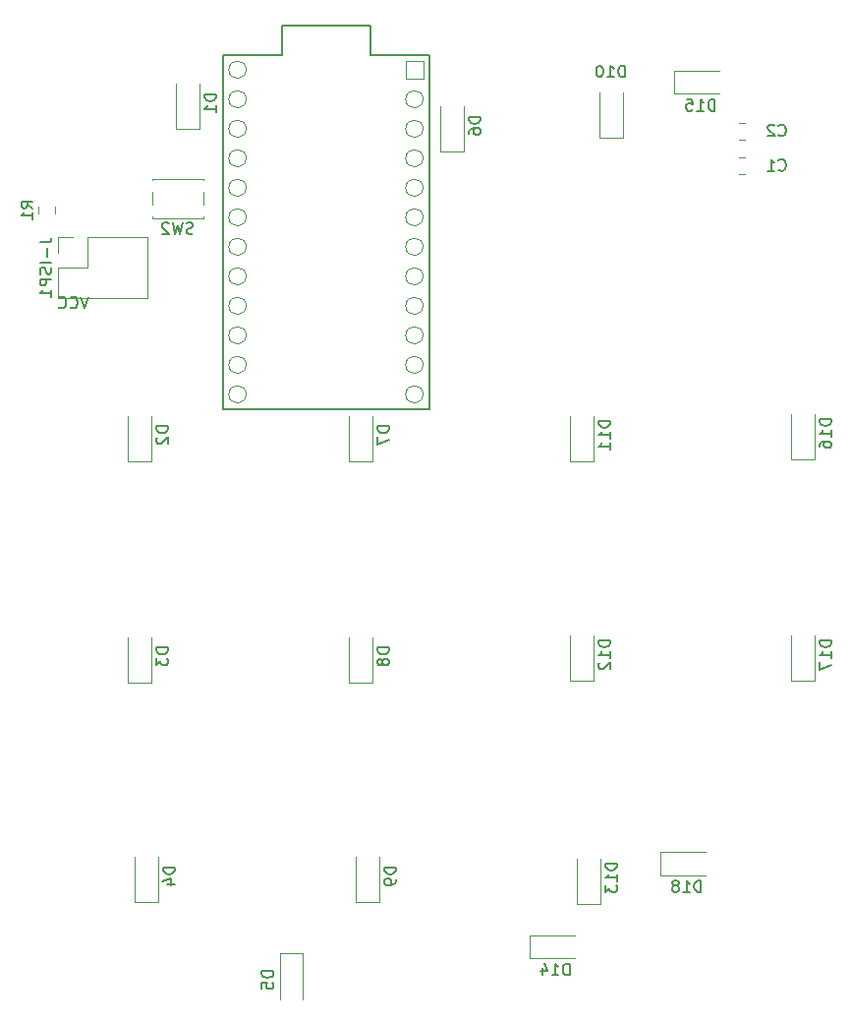
<source format=gbr>
%TF.GenerationSoftware,KiCad,Pcbnew,(5.1.7)-1*%
%TF.CreationDate,2020-12-04T00:36:09-08:00*%
%TF.ProjectId,dropout-microusb,64726f70-6f75-4742-9d6d-6963726f7573,rev?*%
%TF.SameCoordinates,Original*%
%TF.FileFunction,Legend,Bot*%
%TF.FilePolarity,Positive*%
%FSLAX46Y46*%
G04 Gerber Fmt 4.6, Leading zero omitted, Abs format (unit mm)*
G04 Created by KiCad (PCBNEW (5.1.7)-1) date 2020-12-04 00:36:09*
%MOMM*%
%LPD*%
G01*
G04 APERTURE LIST*
%ADD10C,0.200000*%
%ADD11C,0.120000*%
%ADD12C,0.150000*%
%ADD13C,0.100000*%
G04 APERTURE END LIST*
D10*
X100266333Y-71588380D02*
X99933000Y-72588380D01*
X99599666Y-71588380D01*
X98694904Y-72493142D02*
X98742523Y-72540761D01*
X98885380Y-72588380D01*
X98980619Y-72588380D01*
X99123476Y-72540761D01*
X99218714Y-72445523D01*
X99266333Y-72350285D01*
X99313952Y-72159809D01*
X99313952Y-72016952D01*
X99266333Y-71826476D01*
X99218714Y-71731238D01*
X99123476Y-71636000D01*
X98980619Y-71588380D01*
X98885380Y-71588380D01*
X98742523Y-71636000D01*
X98694904Y-71683619D01*
X97694904Y-72493142D02*
X97742523Y-72540761D01*
X97885380Y-72588380D01*
X97980619Y-72588380D01*
X98123476Y-72540761D01*
X98218714Y-72445523D01*
X98266333Y-72350285D01*
X98313952Y-72159809D01*
X98313952Y-72016952D01*
X98266333Y-71826476D01*
X98218714Y-71731238D01*
X98123476Y-71636000D01*
X97980619Y-71588380D01*
X97885380Y-71588380D01*
X97742523Y-71636000D01*
X97694904Y-71683619D01*
D11*
%TO.C,C2*%
X156313910Y-58034626D02*
X156836414Y-58034626D01*
X156313910Y-56614626D02*
X156836414Y-56614626D01*
%TO.C,C1*%
X156836414Y-59591191D02*
X156313910Y-59591191D01*
X156836414Y-61011191D02*
X156313910Y-61011191D01*
%TO.C,J-ISP1*%
X97603000Y-66488000D02*
X97603000Y-67818000D01*
X98933000Y-66488000D02*
X97603000Y-66488000D01*
X97603000Y-69088000D02*
X97603000Y-71688000D01*
X100203000Y-69088000D02*
X97603000Y-69088000D01*
X100203000Y-66488000D02*
X100203000Y-69088000D01*
X97603000Y-71688000D02*
X105343000Y-71688000D01*
X100203000Y-66488000D02*
X105343000Y-66488000D01*
X105343000Y-66488000D02*
X105343000Y-71688000D01*
%TO.C,D2*%
X105631081Y-85737853D02*
X103631081Y-85737853D01*
X103631081Y-85737853D02*
X103631081Y-81837853D01*
X105631081Y-85737853D02*
X105631081Y-81837853D01*
D12*
%TO.C,U1*%
X129594532Y-50785405D02*
X129594532Y-81265405D01*
X129594532Y-50785405D02*
X124514532Y-50785405D01*
X124514532Y-50785405D02*
X124514532Y-48245405D01*
X124514532Y-48245405D02*
X116894532Y-48245405D01*
X116894532Y-48245405D02*
X116894532Y-50785405D01*
X116894532Y-50785405D02*
X111814532Y-50785405D01*
X111814532Y-50785405D02*
X111814532Y-81265405D01*
X111814532Y-81265405D02*
X129594532Y-81265405D01*
D11*
%TO.C,D6*%
X132572016Y-59115252D02*
X130572016Y-59115252D01*
X130572016Y-59115252D02*
X130572016Y-55215252D01*
X132572016Y-59115252D02*
X132572016Y-55215252D01*
%TO.C,SW2*%
X110113898Y-64711585D02*
X110113898Y-64831585D01*
X110113898Y-62561585D02*
X110113898Y-63701585D01*
X110113898Y-61431585D02*
X110113898Y-61551585D01*
X105713898Y-61431585D02*
X110113898Y-61431585D01*
X105713898Y-61551585D02*
X105713898Y-61431585D01*
X105713898Y-63701585D02*
X105713898Y-62561585D01*
X105713898Y-64831585D02*
X105713898Y-64711585D01*
X110113898Y-64831585D02*
X105713898Y-64831585D01*
%TO.C,R1*%
X95937000Y-63864748D02*
X95937000Y-64387252D01*
X97357000Y-63864748D02*
X97357000Y-64387252D01*
%TO.C,D18*%
X149546747Y-121397259D02*
X149546747Y-119397259D01*
X149546747Y-119397259D02*
X153446747Y-119397259D01*
X149546747Y-121397259D02*
X153446747Y-121397259D01*
%TO.C,D17*%
X162781129Y-104651930D02*
X160781129Y-104651930D01*
X160781129Y-104651930D02*
X160781129Y-100751930D01*
X162781129Y-104651930D02*
X162781129Y-100751930D01*
%TO.C,D16*%
X162781129Y-85601914D02*
X160781129Y-85601914D01*
X160781129Y-85601914D02*
X160781129Y-81701914D01*
X162781129Y-85601914D02*
X162781129Y-81701914D01*
%TO.C,D15*%
X150737373Y-54126890D02*
X150737373Y-52126890D01*
X150737373Y-52126890D02*
X154637373Y-52126890D01*
X150737373Y-54126890D02*
X154637373Y-54126890D01*
%TO.C,D14*%
X138235800Y-128541015D02*
X138235800Y-126541015D01*
X138235800Y-126541015D02*
X142135800Y-126541015D01*
X138235800Y-128541015D02*
X142135800Y-128541015D01*
%TO.C,D13*%
X144326426Y-123837885D02*
X142326426Y-123837885D01*
X142326426Y-123837885D02*
X142326426Y-119937885D01*
X144326426Y-123837885D02*
X144326426Y-119937885D01*
%TO.C,D12*%
X143731113Y-104651930D02*
X141731113Y-104651930D01*
X141731113Y-104651930D02*
X141731113Y-100751930D01*
X143731113Y-104651930D02*
X143731113Y-100751930D01*
%TO.C,D11*%
X143731113Y-85737853D02*
X141731113Y-85737853D01*
X141731113Y-85737853D02*
X141731113Y-81837853D01*
X143731113Y-85737853D02*
X143731113Y-81837853D01*
%TO.C,D10*%
X146264215Y-57924626D02*
X144264215Y-57924626D01*
X144264215Y-57924626D02*
X144264215Y-54024626D01*
X146264215Y-57924626D02*
X146264215Y-54024626D01*
%TO.C,D9*%
X125276410Y-123701946D02*
X123276410Y-123701946D01*
X123276410Y-123701946D02*
X123276410Y-119801946D01*
X125276410Y-123701946D02*
X125276410Y-119801946D01*
%TO.C,D8*%
X124681097Y-104787869D02*
X122681097Y-104787869D01*
X122681097Y-104787869D02*
X122681097Y-100887869D01*
X124681097Y-104787869D02*
X124681097Y-100887869D01*
%TO.C,D7*%
X124681097Y-85737853D02*
X122681097Y-85737853D01*
X122681097Y-85737853D02*
X122681097Y-81837853D01*
X124681097Y-85737853D02*
X124681097Y-81837853D01*
%TO.C,D5*%
X116727967Y-128131641D02*
X118727967Y-128131641D01*
X118727967Y-128131641D02*
X118727967Y-132031641D01*
X116727967Y-128131641D02*
X116727967Y-132031641D01*
%TO.C,D4*%
X106226394Y-123701946D02*
X104226394Y-123701946D01*
X104226394Y-123701946D02*
X104226394Y-119801946D01*
X106226394Y-123701946D02*
X106226394Y-119801946D01*
%TO.C,D3*%
X105631081Y-104787869D02*
X103631081Y-104787869D01*
X103631081Y-104787869D02*
X103631081Y-100887869D01*
X105631081Y-104787869D02*
X105631081Y-100887869D01*
%TO.C,D1*%
X109798272Y-57162829D02*
X107798272Y-57162829D01*
X107798272Y-57162829D02*
X107798272Y-53262829D01*
X109798272Y-57162829D02*
X109798272Y-53262829D01*
%TD*%
D13*
%TO.C,U1*%
X113834532Y-52055405D02*
G75*
G03*
X113834532Y-52055405I-750000J0D01*
G01*
X113834532Y-54595405D02*
G75*
G03*
X113834532Y-54595405I-750000J0D01*
G01*
X113834532Y-57135405D02*
G75*
G03*
X113834532Y-57135405I-750000J0D01*
G01*
X113834532Y-59675405D02*
G75*
G03*
X113834532Y-59675405I-750000J0D01*
G01*
X113834532Y-62215405D02*
G75*
G03*
X113834532Y-62215405I-750000J0D01*
G01*
X113834532Y-64755405D02*
G75*
G03*
X113834532Y-64755405I-750000J0D01*
G01*
X113834532Y-67295405D02*
G75*
G03*
X113834532Y-67295405I-750000J0D01*
G01*
X113834532Y-69835405D02*
G75*
G03*
X113834532Y-69835405I-750000J0D01*
G01*
X113834532Y-72375405D02*
G75*
G03*
X113834532Y-72375405I-750000J0D01*
G01*
X113834532Y-74915405D02*
G75*
G03*
X113834532Y-74915405I-750000J0D01*
G01*
X113834532Y-77455405D02*
G75*
G03*
X113834532Y-77455405I-750000J0D01*
G01*
X113834532Y-79995405D02*
G75*
G03*
X113834532Y-79995405I-750000J0D01*
G01*
X129074532Y-79995405D02*
G75*
G03*
X129074532Y-79995405I-750000J0D01*
G01*
X129074532Y-77455405D02*
G75*
G03*
X129074532Y-77455405I-750000J0D01*
G01*
X129074532Y-74915405D02*
G75*
G03*
X129074532Y-74915405I-750000J0D01*
G01*
X129074532Y-72375405D02*
G75*
G03*
X129074532Y-72375405I-750000J0D01*
G01*
X129074532Y-69835405D02*
G75*
G03*
X129074532Y-69835405I-750000J0D01*
G01*
X129074532Y-67295405D02*
G75*
G03*
X129074532Y-67295405I-750000J0D01*
G01*
X129074532Y-64755405D02*
G75*
G03*
X129074532Y-64755405I-750000J0D01*
G01*
X129074532Y-62215405D02*
G75*
G03*
X129074532Y-62215405I-750000J0D01*
G01*
X129074532Y-59675405D02*
G75*
G03*
X129074532Y-59675405I-750000J0D01*
G01*
X129074532Y-57135405D02*
G75*
G03*
X129074532Y-57135405I-750000J0D01*
G01*
X129074532Y-54595405D02*
G75*
G03*
X129074532Y-54595405I-750000J0D01*
G01*
X127574532Y-51305405D02*
X127574532Y-52805405D01*
X129074532Y-52805405D01*
X129074532Y-51305405D01*
X127574532Y-51305405D01*
%TD*%
%TO.C,C2*%
D12*
X159718393Y-57681768D02*
X159766012Y-57729387D01*
X159908869Y-57777006D01*
X160004107Y-57777006D01*
X160146965Y-57729387D01*
X160242203Y-57634149D01*
X160289822Y-57538911D01*
X160337441Y-57348435D01*
X160337441Y-57205578D01*
X160289822Y-57015102D01*
X160242203Y-56919864D01*
X160146965Y-56824626D01*
X160004107Y-56777006D01*
X159908869Y-56777006D01*
X159766012Y-56824626D01*
X159718393Y-56872245D01*
X159337441Y-56872245D02*
X159289822Y-56824626D01*
X159194584Y-56777006D01*
X158956488Y-56777006D01*
X158861250Y-56824626D01*
X158813631Y-56872245D01*
X158766012Y-56967483D01*
X158766012Y-57062721D01*
X158813631Y-57205578D01*
X159385060Y-57777006D01*
X158766012Y-57777006D01*
%TO.C,C1*%
X159718393Y-60658333D02*
X159766012Y-60705952D01*
X159908869Y-60753571D01*
X160004107Y-60753571D01*
X160146965Y-60705952D01*
X160242203Y-60610714D01*
X160289822Y-60515476D01*
X160337441Y-60325000D01*
X160337441Y-60182143D01*
X160289822Y-59991667D01*
X160242203Y-59896429D01*
X160146965Y-59801191D01*
X160004107Y-59753571D01*
X159908869Y-59753571D01*
X159766012Y-59801191D01*
X159718393Y-59848810D01*
X158766012Y-60753571D02*
X159337441Y-60753571D01*
X159051727Y-60753571D02*
X159051727Y-59753571D01*
X159146965Y-59896429D01*
X159242203Y-59991667D01*
X159337441Y-60039286D01*
%TO.C,J-ISP1*%
X96055380Y-66921333D02*
X96769666Y-66921333D01*
X96912523Y-66873714D01*
X97007761Y-66778476D01*
X97055380Y-66635619D01*
X97055380Y-66540380D01*
X96674428Y-67397523D02*
X96674428Y-68159428D01*
X97055380Y-68635619D02*
X96055380Y-68635619D01*
X97007761Y-69064190D02*
X97055380Y-69207047D01*
X97055380Y-69445142D01*
X97007761Y-69540380D01*
X96960142Y-69588000D01*
X96864904Y-69635619D01*
X96769666Y-69635619D01*
X96674428Y-69588000D01*
X96626809Y-69540380D01*
X96579190Y-69445142D01*
X96531571Y-69254666D01*
X96483952Y-69159428D01*
X96436333Y-69111809D01*
X96341095Y-69064190D01*
X96245857Y-69064190D01*
X96150619Y-69111809D01*
X96103000Y-69159428D01*
X96055380Y-69254666D01*
X96055380Y-69492761D01*
X96103000Y-69635619D01*
X97055380Y-70064190D02*
X96055380Y-70064190D01*
X96055380Y-70445142D01*
X96103000Y-70540380D01*
X96150619Y-70588000D01*
X96245857Y-70635619D01*
X96388714Y-70635619D01*
X96483952Y-70588000D01*
X96531571Y-70540380D01*
X96579190Y-70445142D01*
X96579190Y-70064190D01*
X97055380Y-71588000D02*
X97055380Y-71016571D01*
X97055380Y-71302285D02*
X96055380Y-71302285D01*
X96198238Y-71207047D01*
X96293476Y-71111809D01*
X96341095Y-71016571D01*
%TO.C,D2*%
X107083461Y-82749757D02*
X106083461Y-82749757D01*
X106083461Y-82987853D01*
X106131081Y-83130710D01*
X106226319Y-83225948D01*
X106321557Y-83273567D01*
X106512033Y-83321186D01*
X106654890Y-83321186D01*
X106845366Y-83273567D01*
X106940604Y-83225948D01*
X107035842Y-83130710D01*
X107083461Y-82987853D01*
X107083461Y-82749757D01*
X106178700Y-83702138D02*
X106131081Y-83749757D01*
X106083461Y-83844995D01*
X106083461Y-84083091D01*
X106131081Y-84178329D01*
X106178700Y-84225948D01*
X106273938Y-84273567D01*
X106369176Y-84273567D01*
X106512033Y-84225948D01*
X107083461Y-83654519D01*
X107083461Y-84273567D01*
%TO.C,D6*%
X134024396Y-56127156D02*
X133024396Y-56127156D01*
X133024396Y-56365252D01*
X133072016Y-56508109D01*
X133167254Y-56603347D01*
X133262492Y-56650966D01*
X133452968Y-56698585D01*
X133595825Y-56698585D01*
X133786301Y-56650966D01*
X133881539Y-56603347D01*
X133976777Y-56508109D01*
X134024396Y-56365252D01*
X134024396Y-56127156D01*
X133024396Y-57555728D02*
X133024396Y-57365252D01*
X133072016Y-57270013D01*
X133119635Y-57222394D01*
X133262492Y-57127156D01*
X133452968Y-57079537D01*
X133833920Y-57079537D01*
X133929158Y-57127156D01*
X133976777Y-57174775D01*
X134024396Y-57270013D01*
X134024396Y-57460490D01*
X133976777Y-57555728D01*
X133929158Y-57603347D01*
X133833920Y-57650966D01*
X133595825Y-57650966D01*
X133500587Y-57603347D01*
X133452968Y-57555728D01*
X133405349Y-57460490D01*
X133405349Y-57270013D01*
X133452968Y-57174775D01*
X133500587Y-57127156D01*
X133595825Y-57079537D01*
%TO.C,SW2*%
X109247231Y-66136346D02*
X109104374Y-66183965D01*
X108866278Y-66183965D01*
X108771040Y-66136346D01*
X108723421Y-66088727D01*
X108675802Y-65993489D01*
X108675802Y-65898251D01*
X108723421Y-65803013D01*
X108771040Y-65755394D01*
X108866278Y-65707775D01*
X109056755Y-65660156D01*
X109151993Y-65612537D01*
X109199612Y-65564918D01*
X109247231Y-65469680D01*
X109247231Y-65374442D01*
X109199612Y-65279204D01*
X109151993Y-65231585D01*
X109056755Y-65183965D01*
X108818659Y-65183965D01*
X108675802Y-65231585D01*
X108342469Y-65183965D02*
X108104374Y-66183965D01*
X107913898Y-65469680D01*
X107723421Y-66183965D01*
X107485326Y-65183965D01*
X107151993Y-65279204D02*
X107104374Y-65231585D01*
X107009136Y-65183965D01*
X106771040Y-65183965D01*
X106675802Y-65231585D01*
X106628183Y-65279204D01*
X106580564Y-65374442D01*
X106580564Y-65469680D01*
X106628183Y-65612537D01*
X107199612Y-66183965D01*
X106580564Y-66183965D01*
%TO.C,R1*%
X95449380Y-63959333D02*
X94973190Y-63626000D01*
X95449380Y-63387904D02*
X94449380Y-63387904D01*
X94449380Y-63768857D01*
X94497000Y-63864095D01*
X94544619Y-63911714D01*
X94639857Y-63959333D01*
X94782714Y-63959333D01*
X94877952Y-63911714D01*
X94925571Y-63864095D01*
X94973190Y-63768857D01*
X94973190Y-63387904D01*
X95449380Y-64911714D02*
X95449380Y-64340285D01*
X95449380Y-64626000D02*
X94449380Y-64626000D01*
X94592238Y-64530761D01*
X94687476Y-64435523D01*
X94735095Y-64340285D01*
%TO.C,D18*%
X153011032Y-122849639D02*
X153011032Y-121849639D01*
X152772937Y-121849639D01*
X152630080Y-121897259D01*
X152534842Y-121992497D01*
X152487223Y-122087735D01*
X152439604Y-122278211D01*
X152439604Y-122421068D01*
X152487223Y-122611544D01*
X152534842Y-122706782D01*
X152630080Y-122802020D01*
X152772937Y-122849639D01*
X153011032Y-122849639D01*
X151487223Y-122849639D02*
X152058651Y-122849639D01*
X151772937Y-122849639D02*
X151772937Y-121849639D01*
X151868175Y-121992497D01*
X151963413Y-122087735D01*
X152058651Y-122135354D01*
X150915794Y-122278211D02*
X151011032Y-122230592D01*
X151058651Y-122182973D01*
X151106270Y-122087735D01*
X151106270Y-122040116D01*
X151058651Y-121944878D01*
X151011032Y-121897259D01*
X150915794Y-121849639D01*
X150725318Y-121849639D01*
X150630080Y-121897259D01*
X150582461Y-121944878D01*
X150534842Y-122040116D01*
X150534842Y-122087735D01*
X150582461Y-122182973D01*
X150630080Y-122230592D01*
X150725318Y-122278211D01*
X150915794Y-122278211D01*
X151011032Y-122325830D01*
X151058651Y-122373449D01*
X151106270Y-122468687D01*
X151106270Y-122659163D01*
X151058651Y-122754401D01*
X151011032Y-122802020D01*
X150915794Y-122849639D01*
X150725318Y-122849639D01*
X150630080Y-122802020D01*
X150582461Y-122754401D01*
X150534842Y-122659163D01*
X150534842Y-122468687D01*
X150582461Y-122373449D01*
X150630080Y-122325830D01*
X150725318Y-122278211D01*
%TO.C,D17*%
X164233509Y-101187644D02*
X163233509Y-101187644D01*
X163233509Y-101425739D01*
X163281129Y-101568596D01*
X163376367Y-101663834D01*
X163471605Y-101711453D01*
X163662081Y-101759072D01*
X163804938Y-101759072D01*
X163995414Y-101711453D01*
X164090652Y-101663834D01*
X164185890Y-101568596D01*
X164233509Y-101425739D01*
X164233509Y-101187644D01*
X164233509Y-102711453D02*
X164233509Y-102140025D01*
X164233509Y-102425739D02*
X163233509Y-102425739D01*
X163376367Y-102330501D01*
X163471605Y-102235263D01*
X163519224Y-102140025D01*
X163233509Y-103044787D02*
X163233509Y-103711453D01*
X164233509Y-103282882D01*
%TO.C,D16*%
X164233509Y-82137628D02*
X163233509Y-82137628D01*
X163233509Y-82375723D01*
X163281129Y-82518580D01*
X163376367Y-82613818D01*
X163471605Y-82661437D01*
X163662081Y-82709056D01*
X163804938Y-82709056D01*
X163995414Y-82661437D01*
X164090652Y-82613818D01*
X164185890Y-82518580D01*
X164233509Y-82375723D01*
X164233509Y-82137628D01*
X164233509Y-83661437D02*
X164233509Y-83090009D01*
X164233509Y-83375723D02*
X163233509Y-83375723D01*
X163376367Y-83280485D01*
X163471605Y-83185247D01*
X163519224Y-83090009D01*
X163233509Y-84518580D02*
X163233509Y-84328104D01*
X163281129Y-84232866D01*
X163328748Y-84185247D01*
X163471605Y-84090009D01*
X163662081Y-84042390D01*
X164043033Y-84042390D01*
X164138271Y-84090009D01*
X164185890Y-84137628D01*
X164233509Y-84232866D01*
X164233509Y-84423342D01*
X164185890Y-84518580D01*
X164138271Y-84566199D01*
X164043033Y-84613818D01*
X163804938Y-84613818D01*
X163709700Y-84566199D01*
X163662081Y-84518580D01*
X163614462Y-84423342D01*
X163614462Y-84232866D01*
X163662081Y-84137628D01*
X163709700Y-84090009D01*
X163804938Y-84042390D01*
%TO.C,D15*%
X154201658Y-55579270D02*
X154201658Y-54579270D01*
X153963563Y-54579270D01*
X153820706Y-54626890D01*
X153725468Y-54722128D01*
X153677849Y-54817366D01*
X153630230Y-55007842D01*
X153630230Y-55150699D01*
X153677849Y-55341175D01*
X153725468Y-55436413D01*
X153820706Y-55531651D01*
X153963563Y-55579270D01*
X154201658Y-55579270D01*
X152677849Y-55579270D02*
X153249277Y-55579270D01*
X152963563Y-55579270D02*
X152963563Y-54579270D01*
X153058801Y-54722128D01*
X153154039Y-54817366D01*
X153249277Y-54864985D01*
X151773087Y-54579270D02*
X152249277Y-54579270D01*
X152296896Y-55055461D01*
X152249277Y-55007842D01*
X152154039Y-54960223D01*
X151915944Y-54960223D01*
X151820706Y-55007842D01*
X151773087Y-55055461D01*
X151725468Y-55150699D01*
X151725468Y-55388794D01*
X151773087Y-55484032D01*
X151820706Y-55531651D01*
X151915944Y-55579270D01*
X152154039Y-55579270D01*
X152249277Y-55531651D01*
X152296896Y-55484032D01*
%TO.C,D14*%
X141700085Y-129993395D02*
X141700085Y-128993395D01*
X141461990Y-128993395D01*
X141319133Y-129041015D01*
X141223895Y-129136253D01*
X141176276Y-129231491D01*
X141128657Y-129421967D01*
X141128657Y-129564824D01*
X141176276Y-129755300D01*
X141223895Y-129850538D01*
X141319133Y-129945776D01*
X141461990Y-129993395D01*
X141700085Y-129993395D01*
X140176276Y-129993395D02*
X140747704Y-129993395D01*
X140461990Y-129993395D02*
X140461990Y-128993395D01*
X140557228Y-129136253D01*
X140652466Y-129231491D01*
X140747704Y-129279110D01*
X139319133Y-129326729D02*
X139319133Y-129993395D01*
X139557228Y-128945776D02*
X139795323Y-129660062D01*
X139176276Y-129660062D01*
%TO.C,D13*%
X145778806Y-120373599D02*
X144778806Y-120373599D01*
X144778806Y-120611694D01*
X144826426Y-120754551D01*
X144921664Y-120849789D01*
X145016902Y-120897408D01*
X145207378Y-120945027D01*
X145350235Y-120945027D01*
X145540711Y-120897408D01*
X145635949Y-120849789D01*
X145731187Y-120754551D01*
X145778806Y-120611694D01*
X145778806Y-120373599D01*
X145778806Y-121897408D02*
X145778806Y-121325980D01*
X145778806Y-121611694D02*
X144778806Y-121611694D01*
X144921664Y-121516456D01*
X145016902Y-121421218D01*
X145064521Y-121325980D01*
X144778806Y-122230742D02*
X144778806Y-122849789D01*
X145159759Y-122516456D01*
X145159759Y-122659313D01*
X145207378Y-122754551D01*
X145254997Y-122802170D01*
X145350235Y-122849789D01*
X145588330Y-122849789D01*
X145683568Y-122802170D01*
X145731187Y-122754551D01*
X145778806Y-122659313D01*
X145778806Y-122373599D01*
X145731187Y-122278361D01*
X145683568Y-122230742D01*
%TO.C,D12*%
X145183493Y-101187644D02*
X144183493Y-101187644D01*
X144183493Y-101425739D01*
X144231113Y-101568596D01*
X144326351Y-101663834D01*
X144421589Y-101711453D01*
X144612065Y-101759072D01*
X144754922Y-101759072D01*
X144945398Y-101711453D01*
X145040636Y-101663834D01*
X145135874Y-101568596D01*
X145183493Y-101425739D01*
X145183493Y-101187644D01*
X145183493Y-102711453D02*
X145183493Y-102140025D01*
X145183493Y-102425739D02*
X144183493Y-102425739D01*
X144326351Y-102330501D01*
X144421589Y-102235263D01*
X144469208Y-102140025D01*
X144278732Y-103092406D02*
X144231113Y-103140025D01*
X144183493Y-103235263D01*
X144183493Y-103473358D01*
X144231113Y-103568596D01*
X144278732Y-103616215D01*
X144373970Y-103663834D01*
X144469208Y-103663834D01*
X144612065Y-103616215D01*
X145183493Y-103044787D01*
X145183493Y-103663834D01*
%TO.C,D11*%
X145183493Y-82273567D02*
X144183493Y-82273567D01*
X144183493Y-82511662D01*
X144231113Y-82654519D01*
X144326351Y-82749757D01*
X144421589Y-82797376D01*
X144612065Y-82844995D01*
X144754922Y-82844995D01*
X144945398Y-82797376D01*
X145040636Y-82749757D01*
X145135874Y-82654519D01*
X145183493Y-82511662D01*
X145183493Y-82273567D01*
X145183493Y-83797376D02*
X145183493Y-83225948D01*
X145183493Y-83511662D02*
X144183493Y-83511662D01*
X144326351Y-83416424D01*
X144421589Y-83321186D01*
X144469208Y-83225948D01*
X145183493Y-84749757D02*
X145183493Y-84178329D01*
X145183493Y-84464043D02*
X144183493Y-84464043D01*
X144326351Y-84368805D01*
X144421589Y-84273567D01*
X144469208Y-84178329D01*
%TO.C,D10*%
X146478500Y-52691067D02*
X146478500Y-51691067D01*
X146240405Y-51691067D01*
X146097548Y-51738687D01*
X146002310Y-51833925D01*
X145954691Y-51929163D01*
X145907072Y-52119639D01*
X145907072Y-52262496D01*
X145954691Y-52452972D01*
X146002310Y-52548210D01*
X146097548Y-52643448D01*
X146240405Y-52691067D01*
X146478500Y-52691067D01*
X144954691Y-52691067D02*
X145526119Y-52691067D01*
X145240405Y-52691067D02*
X145240405Y-51691067D01*
X145335643Y-51833925D01*
X145430881Y-51929163D01*
X145526119Y-51976782D01*
X144335643Y-51691067D02*
X144240405Y-51691067D01*
X144145167Y-51738687D01*
X144097548Y-51786306D01*
X144049929Y-51881544D01*
X144002310Y-52072020D01*
X144002310Y-52310115D01*
X144049929Y-52500591D01*
X144097548Y-52595829D01*
X144145167Y-52643448D01*
X144240405Y-52691067D01*
X144335643Y-52691067D01*
X144430881Y-52643448D01*
X144478500Y-52595829D01*
X144526119Y-52500591D01*
X144573738Y-52310115D01*
X144573738Y-52072020D01*
X144526119Y-51881544D01*
X144478500Y-51786306D01*
X144430881Y-51738687D01*
X144335643Y-51691067D01*
%TO.C,D9*%
X126728790Y-120713850D02*
X125728790Y-120713850D01*
X125728790Y-120951946D01*
X125776410Y-121094803D01*
X125871648Y-121190041D01*
X125966886Y-121237660D01*
X126157362Y-121285279D01*
X126300219Y-121285279D01*
X126490695Y-121237660D01*
X126585933Y-121190041D01*
X126681171Y-121094803D01*
X126728790Y-120951946D01*
X126728790Y-120713850D01*
X126728790Y-121761469D02*
X126728790Y-121951946D01*
X126681171Y-122047184D01*
X126633552Y-122094803D01*
X126490695Y-122190041D01*
X126300219Y-122237660D01*
X125919267Y-122237660D01*
X125824029Y-122190041D01*
X125776410Y-122142422D01*
X125728790Y-122047184D01*
X125728790Y-121856707D01*
X125776410Y-121761469D01*
X125824029Y-121713850D01*
X125919267Y-121666231D01*
X126157362Y-121666231D01*
X126252600Y-121713850D01*
X126300219Y-121761469D01*
X126347838Y-121856707D01*
X126347838Y-122047184D01*
X126300219Y-122142422D01*
X126252600Y-122190041D01*
X126157362Y-122237660D01*
%TO.C,D8*%
X126133477Y-101799773D02*
X125133477Y-101799773D01*
X125133477Y-102037869D01*
X125181097Y-102180726D01*
X125276335Y-102275964D01*
X125371573Y-102323583D01*
X125562049Y-102371202D01*
X125704906Y-102371202D01*
X125895382Y-102323583D01*
X125990620Y-102275964D01*
X126085858Y-102180726D01*
X126133477Y-102037869D01*
X126133477Y-101799773D01*
X125562049Y-102942630D02*
X125514430Y-102847392D01*
X125466811Y-102799773D01*
X125371573Y-102752154D01*
X125323954Y-102752154D01*
X125228716Y-102799773D01*
X125181097Y-102847392D01*
X125133477Y-102942630D01*
X125133477Y-103133107D01*
X125181097Y-103228345D01*
X125228716Y-103275964D01*
X125323954Y-103323583D01*
X125371573Y-103323583D01*
X125466811Y-103275964D01*
X125514430Y-103228345D01*
X125562049Y-103133107D01*
X125562049Y-102942630D01*
X125609668Y-102847392D01*
X125657287Y-102799773D01*
X125752525Y-102752154D01*
X125943001Y-102752154D01*
X126038239Y-102799773D01*
X126085858Y-102847392D01*
X126133477Y-102942630D01*
X126133477Y-103133107D01*
X126085858Y-103228345D01*
X126038239Y-103275964D01*
X125943001Y-103323583D01*
X125752525Y-103323583D01*
X125657287Y-103275964D01*
X125609668Y-103228345D01*
X125562049Y-103133107D01*
%TO.C,D7*%
X126133477Y-82749757D02*
X125133477Y-82749757D01*
X125133477Y-82987853D01*
X125181097Y-83130710D01*
X125276335Y-83225948D01*
X125371573Y-83273567D01*
X125562049Y-83321186D01*
X125704906Y-83321186D01*
X125895382Y-83273567D01*
X125990620Y-83225948D01*
X126085858Y-83130710D01*
X126133477Y-82987853D01*
X126133477Y-82749757D01*
X125133477Y-83654519D02*
X125133477Y-84321186D01*
X126133477Y-83892614D01*
%TO.C,D5*%
X116180347Y-129643545D02*
X115180347Y-129643545D01*
X115180347Y-129881641D01*
X115227967Y-130024498D01*
X115323205Y-130119736D01*
X115418443Y-130167355D01*
X115608919Y-130214974D01*
X115751776Y-130214974D01*
X115942252Y-130167355D01*
X116037490Y-130119736D01*
X116132728Y-130024498D01*
X116180347Y-129881641D01*
X116180347Y-129643545D01*
X115180347Y-131119736D02*
X115180347Y-130643545D01*
X115656538Y-130595926D01*
X115608919Y-130643545D01*
X115561300Y-130738783D01*
X115561300Y-130976879D01*
X115608919Y-131072117D01*
X115656538Y-131119736D01*
X115751776Y-131167355D01*
X115989871Y-131167355D01*
X116085109Y-131119736D01*
X116132728Y-131072117D01*
X116180347Y-130976879D01*
X116180347Y-130738783D01*
X116132728Y-130643545D01*
X116085109Y-130595926D01*
%TO.C,D4*%
X107678774Y-120713850D02*
X106678774Y-120713850D01*
X106678774Y-120951946D01*
X106726394Y-121094803D01*
X106821632Y-121190041D01*
X106916870Y-121237660D01*
X107107346Y-121285279D01*
X107250203Y-121285279D01*
X107440679Y-121237660D01*
X107535917Y-121190041D01*
X107631155Y-121094803D01*
X107678774Y-120951946D01*
X107678774Y-120713850D01*
X107012108Y-122142422D02*
X107678774Y-122142422D01*
X106631155Y-121904326D02*
X107345441Y-121666231D01*
X107345441Y-122285279D01*
%TO.C,D3*%
X107083461Y-101799773D02*
X106083461Y-101799773D01*
X106083461Y-102037869D01*
X106131081Y-102180726D01*
X106226319Y-102275964D01*
X106321557Y-102323583D01*
X106512033Y-102371202D01*
X106654890Y-102371202D01*
X106845366Y-102323583D01*
X106940604Y-102275964D01*
X107035842Y-102180726D01*
X107083461Y-102037869D01*
X107083461Y-101799773D01*
X106083461Y-102704535D02*
X106083461Y-103323583D01*
X106464414Y-102990249D01*
X106464414Y-103133107D01*
X106512033Y-103228345D01*
X106559652Y-103275964D01*
X106654890Y-103323583D01*
X106892985Y-103323583D01*
X106988223Y-103275964D01*
X107035842Y-103228345D01*
X107083461Y-103133107D01*
X107083461Y-102847392D01*
X107035842Y-102752154D01*
X106988223Y-102704535D01*
%TO.C,D1*%
X111250652Y-54174733D02*
X110250652Y-54174733D01*
X110250652Y-54412829D01*
X110298272Y-54555686D01*
X110393510Y-54650924D01*
X110488748Y-54698543D01*
X110679224Y-54746162D01*
X110822081Y-54746162D01*
X111012557Y-54698543D01*
X111107795Y-54650924D01*
X111203033Y-54555686D01*
X111250652Y-54412829D01*
X111250652Y-54174733D01*
X111250652Y-55698543D02*
X111250652Y-55127114D01*
X111250652Y-55412829D02*
X110250652Y-55412829D01*
X110393510Y-55317590D01*
X110488748Y-55222352D01*
X110536367Y-55127114D01*
%TD*%
M02*

</source>
